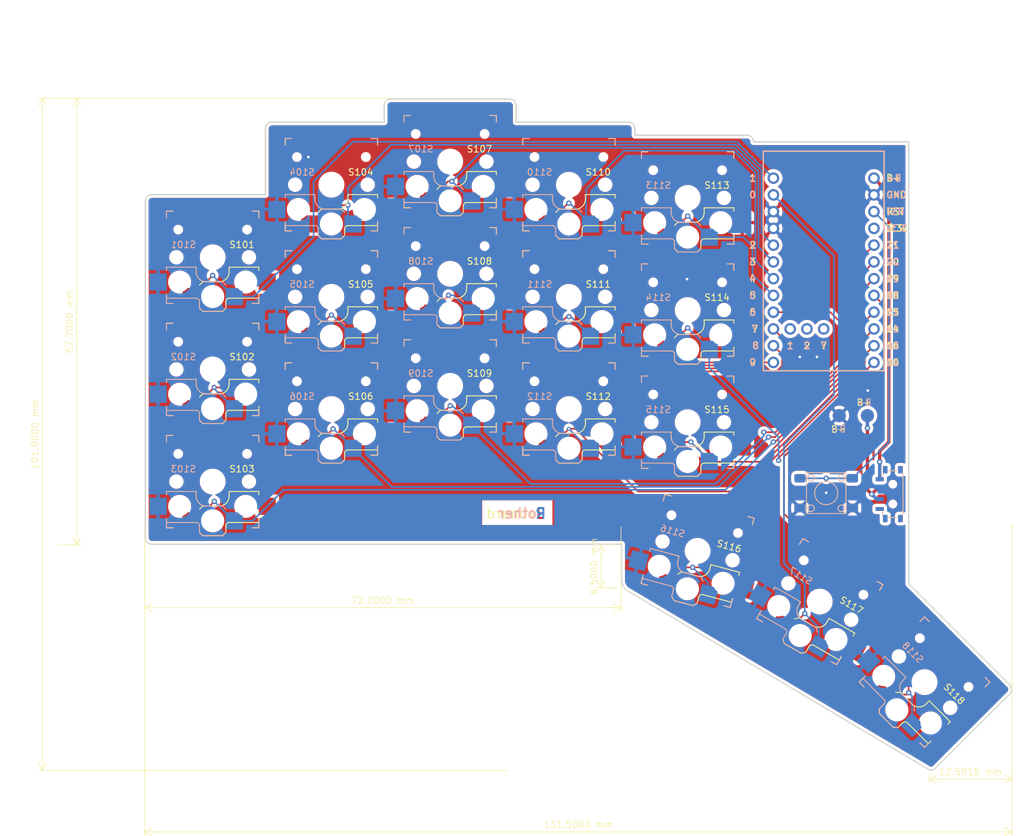
<source format=kicad_pcb>
(kicad_pcb (version 20240108) (generator "pcbnew") (generator_version "8.0")
  (layers (0 "F.Cu" signal) (31 "B.Cu" signal) (34 "B.Paste" user) (35 "F.Paste" user) (36 "B.SilkS" user "B.Silkscreen") (37 "F.SilkS" user "F.Silkscreen") (38 "B.Mask" user) (39 "F.Mask" user) (44 "Edge.Cuts" user))
  (net 0 "")
  (net 1 "S1")
  (net 2 "GND")
  (net 3 "S2")
  (net 4 "S3")
  (net 5 "S4")
  (net 6 "S5")
  (net 7 "S6")
  (net 8 "S7")
  (net 9 "S8")
  (net 10 "S9")
  (net 11 "S10")
  (net 12 "S11")
  (net 13 "S12")
  (net 14 "S13")
  (net 15 "S14")
  (net 16 "S15")
  (net 17 "S16")
  (net 18 "S17")
  (net 19 "S18")
  (net 23 "RST")
  (net 25 "b+")
  (net 26 "Net-(PS101-B)")
  (footprint "keyswitches:Kailh_socket_PG1350_reversible" (layer "F.Cu") (at 107.45 104.24)
    (property "Reference" "S106")
    (property "Value" "Keyswitch")
  )
  (footprint "keyswitches:Kailh_socket_PG1350_reversible" (layer "F.Cu") (at 143.45 70.24)
    (property "Reference" "S110")
    (property "Value" "Keyswitch")
  )
  (footprint "keyswitches:Kailh_socket_PG1350_reversible" (layer "F.Cu") (at 89.45 98.24)
    (property "Reference" "S102")
    (property "Value" "Keyswitch")
  )
  (footprint "keyswitches:Kailh_socket_PG1350_reversible" (layer "F.Cu") (at 197.360087 145.640087 -45)
    (property "Reference" "S118")
    (property "Value" "Keyswitch")
  )
  (footprint "keyswitches:Kailh_socket_PG1350_reversible" (layer "F.Cu") (at 125.45 66.74)
    (property "Reference" "S107")
    (property "Value" "Keyswitch")
  )
  (footprint "keyswitches:Kailh_socket_PG1350_reversible" (layer "F.Cu") (at 162.95 125.74 -15)
    (property "Reference" "S116")
    (property "Value" "Keyswitch")
  )
  (footprint "keyswitches:Kailh_socket_PG1350_reversible" (layer "F.Cu") (at 161.45 106.24)
    (property "Reference" "S115")
    (property "Value" "Keyswitch")
  )
  (footprint "keyswitches:Kailh_socket_PG1350_reversible" (layer "F.Cu") (at 107.45 87.24)
    (property "Reference" "S105")
    (property "Value" "Keyswitch")
  )
  (footprint "keyswitches:Kailh_socket_PG1350_reversible" (layer "F.Cu") (at 161.45 89.24)
    (property "Reference" "S114")
    (property "Value" "Keyswitch")
  )
  (footprint "ScottoKeebs_MCU:Nice_Nano_V2" (layer "F.Cu") (at 182.07 82.93)
    (property "Reference" "U101" (hide yes))
    (property "Value" "Nice_Nano_V2" (hide yes))
  )
  (footprint "marbastlib-various:SW_MSK12C02-HB" (layer "F.Cu") (at 192.55 117.14 -90)
    (property "Reference" "PS101" (hide yes))
    (property "Value" "~" (hide yes))
  )
  (footprint "0_lpt_misc:WE_430182050816" (layer "F.Cu") (at 182.45 116.99 -90)
    (property "Reference" "R102" (hide yes))
    (property "Value" "~")
  )
  (footprint "keyswitches:Kailh_socket_PG1350_reversible" (layer "F.Cu") (at 125.45 83.74)
    (property "Reference" "S108")
    (property "Value" "Keyswitch")
  )
  (footprint "keyswitches:Kailh_socket_PG1350_reversible" (layer "F.Cu") (at 125.45 100.74)
    (property "Reference" "S109")
    (property "Value" "Keyswitch")
  )
  (footprint "keyswitches:Kailh_socket_PG1350_reversible" (layer "F.Cu") (at 89.45 115.24)
    (property "Reference" "S103")
    (property "Value" "Keyswitch")
  )
  (footprint "0_lpt_misc:TestPad_2.0mm" (layer "F.Cu") (at 188.7 105.24 90)
    (property "Reference" "B+")
    (property "Value" "2.0mm" (hide yes))
  )
  (footprint "keyswitches:Kailh_socket_PG1350_reversible" (layer "F.Cu") (at 161.45 72.24)
    (property "Reference" "S113")
    (property "Value" "Keyswitch")
  )
  (footprint "keyswitches:Kailh_socket_PG1350_reversible" (layer "F.Cu") (at 143.45 104.24)
    (property "Reference" "S112")
    (property "Value" "Keyswitch")
  )
  (footprint "keyswitches:Kailh_socket_PG1350_reversible" (layer "F.Cu") (at 143.45 87.24)
    (property "Reference" "S111")
    (property "Value" "Keyswitch")
  )
  (footprint "keyswitches:Kailh_socket_PG1350_reversible" (layer "F.Cu") (at 181.476089 133.427152 -30)
    (property "Reference" "S117")
    (property "Value" "Keyswitch")
  )
  (footprint "keyswitches:Kailh_socket_PG1350_reversible" (layer "F.Cu") (at 107.45 70.24)
    (property "Reference" "S104")
    (property "Value" "Keyswitch")
  )
  (footprint "keyswitches:Kailh_socket_PG1350_reversible" (layer "F.Cu") (at 89.45 81.24)
    (property "Reference" "S101")
    (property "Value" "Keyswitch")
  )
  (footprint "0_lpt_misc:TestPad_2.0mm" (layer "F.Cu") (at 184.43 105.24 90)
    (property "Reference" "B-")
    (property "Value" "2.0mm" (hide yes))
  )
  (footprint "marbastlib-various:SW_MSK12C02-HB" (layer "B.Cu") (at 192.55 117.14 90)
    (property "Reference" "ps102" (hide yes))
    (property "Value" "~" (hide yes))
  )
  (footprint "0_lpt_misc:TestPad_2.0mm" (layer "B.Cu") (at 184.43 105.24 180)
    (property "Reference" "B-")
    (property "Value" "2.0mm" (hide yes))
  )
  (footprint "0_lpt_misc:WE_430182050816" (layer "B.Cu") (at 182.45 116.99 -90)
    (property "Reference" "r101" (hide yes))
    (property "Value" "~")
  )
  (footprint "0_lpt_misc:TestPad_2.0mm" (layer "B.Cu") (at 188.7 105.24 90)
    (property "Reference" "B+")
    (property "Value" "2.0mm" (hide yes))
  )
  (gr_arc (start 152.45 60.74) (mid 153.157107 61.032893) (end 153.45 61.74) (stroke (width 0.2)) (layer "Edge.Cuts"))
  (gr_arc (start 79.25 72.74) (mid 79.542893 72.032893) (end 80.25 71.74) (stroke (width 0.2)) (layer "Edge.Cuts"))
  (gr_line (start 153.45 61.74) (end 153.45 62.74) (stroke (width 0.2)) (layer "Edge.Cuts"))
  (gr_line (start 152.199049 131.703688) (end 198.058453 158.914642) (stroke (width 0.2)) (layer "Edge.Cuts"))
  (gr_line (start 153.45 62.74) (end 170.45 62.74) (stroke (width 0.2)) (layer "Edge.Cuts"))
  (gr_line (start 79.25 72.74) (end 79.25 123.74) (stroke (width 0.2)) (layer "Edge.Cuts"))
  (gr_line (start 151.45 124.74) (end 151.45 130.04) (stroke (width 0.2)) (layer "Edge.Cuts"))
  (gr_line (start 210.25 147.454214) (end 209.957107 147.747107) (stroke (width 0.2)) (layer "Edge.Cuts"))
  (gr_line (start 194.95 65.74) (end 194.95 130.24) (stroke (width 0.2)) (layer "Edge.Cuts"))
  (gr_line (start 210.25 146.04) (end 194.95 130.74) (stroke (width 0.2)) (layer "Edge.Cuts"))
  (gr_line (start 115.45 60.74) (end 115.45 58.24) (stroke (width 0.2)) (layer "Edge.Cuts"))
  (gr_line (start 97.45 71.74) (end 97.45 61.74) (stroke (width 0.2)) (layer "Edge.Cuts"))
  (gr_arc (start 134.45 57.24) (mid 135.157107 57.532893) (end 135.45 58.24) (stroke (width 0.2)) (layer "Edge.Cuts"))
  (gr_arc (start 199.05 158.64) (mid 198.596101 158.928501) (end 198.058453 158.914642) (stroke (width 0.2)) (layer "Edge.Cuts"))
  (gr_arc (start 210.542893 146.747107) (mid 210.466773 147.12979) (end 210.25 147.454214) (stroke (width 0.2)) (layer "Edge.Cuts"))
  (gr_line (start 80.25 71.74) (end 97.45 71.74) (stroke (width 0.2)) (layer "Edge.Cuts"))
  (gr_line (start 80.25 124.74) (end 151.45 124.74) (stroke (width 0.2)) (layer "Edge.Cuts"))
  (gr_line (start 135.45 60.74) (end 152.45 60.74) (stroke (width 0.2)) (layer "Edge.Cuts"))
  (gr_line (start 171.45 63.74) (end 194.95 63.74) (stroke (width 0.2)) (layer "Edge.Cuts"))
  (gr_arc (start 97.45 61.74) (mid 97.742893 61.032893) (end 98.45 60.74) (stroke (width 0.2)) (layer "Edge.Cuts"))
  (gr_line (start 98.45 60.74) (end 115.45 60.74) (stroke (width 0.2)) (layer "Edge.Cuts"))
  (gr_line (start 135.45 58.24) (end 135.45 60.74) (stroke (width 0.2)) (layer "Edge.Cuts"))
  (gr_arc (start 115.45 58.24) (mid 115.742893 57.532893) (end 116.45 57.24) (stroke (width 0.2)) (layer "Edge.Cuts"))
  (gr_line (start 116.45 57.24) (end 134.45 57.24) (stroke (width 0.2)) (layer "Edge.Cuts"))
  (gr_arc (start 152.199049 131.703688) (mid 151.624038 130.96211) (end 151.45 130.04) (stroke (width 0.2)) (layer "Edge.Cuts"))
  (gr_line (start 194.95 130.24) (end 194.95 130.74) (stroke (width 0.2)) (layer "Edge.Cuts"))
  (gr_arc (start 210.25 146.04) (mid 210.466772 146.364424) (end 210.542893 146.747107) (stroke (width 0.2)) (layer "Edge.Cuts"))
  (gr_line (start 209.957107 147.747107) (end 199.05 158.64) (stroke (width 0.2)) (layer "Edge.Cuts"))
  (gr_arc (start 170.45 62.74) (mid 171.157107 63.032893) (end 171.45 63.74) (stroke (width 0.2)) (layer "Edge.Cuts"))
  (gr_line (start 194.95 63.74) (end 194.95 65.74) (stroke (width 0.2)) (layer "Edge.Cuts"))
  (gr_arc (start 80.25 124.74) (mid 79.542893 124.447107) (end 79.25 123.74) (stroke (width 0.2)) (layer "Edge.Cuts"))
  (gr_text_box "      L" (start 130.3 118.065) (end 140.95 121.815) (layer "F.Cu") (effects (font (size 1.5 1.5) (thickness 0.3) (bold yes)) (justify left top)) (border no))
  (gr_text_box "R" (start 130.25 118.065) (end 141.25 121.815) (layer "B.Cu") (effects (font (size 1.5 1.5) (thickness 0.3) (bold yes)) (justify left top mirror)) (border no) (stroke (width 0.2)))
  (gr_text_box " other" (start 129.675 118.04) (end 141.025 121.79) (layer "B.SilkS") (effects (font (size 1.5 1.5) (thickness 0.3) (bold yes)) (justify left top mirror)) (border no) (stroke (width 0.2)))
  (gr_text_box " eonard" (start 129.575 118.09) (end 140.925 121.84) (layer "F.SilkS") (effects (font (size 1.5 1.5) (thickness 0.1875)) (justify left top mirror)) (border no))
  (dimension (type aligned) (layer "F.SilkS") (pts (xy 65.45 57.14) (xy 65.45 124.84)) (height -3.4) (gr_text "67.7000 mm" (at 67.75 90.99 90) (layer "F.SilkS") (effects (font (size 1 1) (thickness 0.1)))) (format (prefix "") (suffix "") (units 3) (units_format 1) (precision 4)) (style (thickness 0.1) (arrow_length 1.27) (text_position_mode 0) (extension_height 0.58642) (extension_offset 0.5) keep_text_aligned))
  (dimension (type aligned) (layer "F.SilkS") (pts (xy 210.65 159.04) (xy 198.058453 159.04)) (height -1.3) (gr_text "12.5915 mm" (at 204.354226 159.24 0) (layer "F.SilkS") (effects (font (size 1 1) (thickness 0.1)))) (format (prefix "") (suffix "") (units 3) (units_format 1) (precision 4)) (style (thickness 0.1) (arrow_length 1.27) (text_position_mode 0) (extension_height 0.58642) (extension_offset 0.5) keep_text_aligned))
  (dimension (type aligned) (layer "F.SilkS") (pts (xy 79.15 121.54) (xy 151.35 121.54)) (height 12.8) (gr_text "72.2000 mm" (at 115.25 133.24 0) (layer "F.SilkS") (effects (font (size 1 1) (thickness 0.1)))) (format (prefix "") (suffix "") (units 3) (units_format 1) (precision 4)) (style (thickness 0.1) (arrow_length 1.27) (text_position_mode 0) (extension_height 0.58642) (extension_offset 0.5) keep_text_aligned))
  (dimension (type aligned) (layer "F.SilkS") (pts (xy 151.25 124.84) (xy 151.25 131.34)) (height 2.9) (gr_text "6.5000 mm" (at 147.25 128.09 90) (layer "F.SilkS") (effects (font (size 1 1) (thickness 0.1)))) (format (prefix "") (suffix "") (units 3) (units_format 1) (precision 4)) (style (thickness 0.1) (arrow_length 1.27) (text_position_mode 0) (extension_height 0.58642) (extension_offset 0.5) keep_text_aligned))
  (dimension (type aligned) (layer "F.SilkS") (pts (xy 134.55 57.14) (xy 134.55 159.04)) (height 70.9) (gr_text "101.9000 mm" (at 62.55 108.09 90) (layer "F.SilkS") (effects (font (size 1 1) (thickness 0.1)))) (format (prefix "") (suffix "") (units 3) (units_format 1) (precision 4)) (style (thickness 0.1) (arrow_length 1.27) (text_position_mode 0) (extension_height 0.58642) (extension_offset 0.5) keep_text_aligned))
  (dimension (type aligned) (layer "F.SilkS") (pts (xy 79.15 121.24) (xy 210.65 121.24)) (height 47.1) (gr_text "131.5000 mm" (at 144.9 167.24 0) (layer "F.SilkS") (effects (font (size 1 1) (thickness 0.1)))) (format (prefix "") (suffix "") (units 3) (units_format 1) (precision 4)) (style (thickness 0.1) (arrow_length 1.27) (text_position_mode 0) (extension_height 0.58642) (extension_offset 0.5) keep_text_aligned))
  (segment (start 89.45 83.99) (end 86.25 87.19) (width 0.25) (layer "F.Cu") (net 1))
  (segment (start 86.25 87.19) (end 86.175 87.19) (width 0.25) (layer "F.Cu") (net 1))
  (via (at 89.45 83.99) (size 0.8) (drill 0.4) (layers "F.Cu" "B.Cu") (net 1))
  (segment (start 174.45 69.24) (end 168.95 63.74) (width 0.25) (layer "B.Cu") (net 1))
  (segment (start 92.65 87.19) (end 89.45 83.99) (width 0.25) (layer "B.Cu") (net 1))
  (segment (start 104.75 69.69) (end 104.75 78.14) (width 0.25) (layer "B.Cu") (net 1))
  (segment (start 110.7 63.74) (end 104.75 69.69) (width 0.25) (layer "B.Cu") (net 1))
  (segment (start 168.95 63.74) (end 110.7 63.74) (width 0.25) (layer "B.Cu") (net 1))
  (segment (start 92.725 87.19) (end 92.65 87.19) (width 0.25) (layer "B.Cu") (net 1))
  (segment (start 95.7 87.19) (end 92.725 87.19) (width 0.25) (layer "B.Cu") (net 1))
  (segment (start 104.75 78.14) (end 95.7 87.19) (width 0.25) (layer "B.Cu") (net 1))
  (via (at 188.75 101.44) (size 0.8) (drill 0.4) (layers "F.Cu" "B.Cu") (net 2))
  (via (at 103.95 66.04) (size 0.8) (drill 0.4) (layers "F.Cu" "B.Cu") (net 2))
  (via (at 182.45 116.94) (size 0.8) (drill 0.4) (layers "F.Cu" "B.Cu") (net 2))
  (via (at 178.45 96.34) (size 0.8) (drill 0.4) (layers "F.Cu" "B.Cu") (net 2))
  (via (at 181.05 96.34) (size 0.8) (drill 0.4) (layers "F.Cu" "B.Cu") (net 2))
  (via (at 161.35 84.54) (size 0.8) (drill 0.4) (layers "F.Cu" "B.Cu") (net 2))
  (segment (start 107.35 73.34) (end 104.5 76.19) (width 0.25) (layer "F.Cu") (net 3))
  (segment (start 104.5 76.19) (end 104.175 76.19) (width 0.25) (layer "F.Cu") (net 3))
  (segment (start 109.95 73.34) (end 107.35 73.34) (width 0.25) (layer "F.Cu") (net 3))
  (via (at 109.95 73.34) (size 0.8) (drill 0.4) (layers "F.Cu" "B.Cu") (net 3))
  (segment (start 109.95 70.694999) (end 116.454999 64.19) (width 0.25) (layer "B.Cu") (net 3))
  (segment (start 172.631802 68.058198) (end 172.631802 77.581802) (width 0.25) (layer "B.Cu") (net 3))
  (segment (start 110.725 76.015) (end 110.725 76.19) (width 0.25) (layer "B.Cu") (net 3))
  (segment (start 168.763604 64.19) (end 172.631802 68.058198) (width 0.25) (layer "B.Cu") (net 3))
  (segment (start 172.631802 77.581802) (end 174.45 79.4) (width 0.25) (layer "B.Cu") (net 3))
  (segment (start 109.95 73.34) (end 109.95 75.24) (width 0.25) (layer "B.Cu") (net 3))
  (segment (start 109.95 75.24) (end 110.725 76.015) (width 0.25) (layer "B.Cu") (net 3))
  (segment (start 116.454999 64.19) (end 168.763604 64.19) (width 0.25) (layer "B.Cu") (net 3))
  (segment (start 109.95 73.34) (end 109.95 70.694999) (width 0.25) (layer "B.Cu") (net 3))
  (segment (start 125.125 69.74) (end 125.7 69.74) (width 0.25) (layer "F.Cu") (net 4))
  (segment (start 122.175 72.69) (end 125.125 69.74) (width 0.25) (layer "F.Cu") (net 4))
  (via (at 125.7 69.74) (size 0.8) (drill 0.4) (layers "F.Cu" "B.Cu") (net 4))
  (segment (start 126.025 69.99) (end 128.725 72.69) (width 0.25) (layer "B.Cu") (net 4))
  (segment (start 125.7 69.74) (end 125.95 69.99) (width 0.25) (layer "B.Cu") (net 4))
  (segment (start 172.181802 79.671802) (end 172.181802 68.244594) (width 0.25) (layer "B.Cu") (net 4))
  (segment (start 130.8 64.64) (end 125.7 69.74) (width 0.25) (layer "B.Cu") (net 4))
  (segment (start 125.95 69.99) (end 126.025 69.99) (width 0.25) (layer "B.Cu") (net 4))
  (segment (start 168.577208 64.64) (end 130.8 64.64) (width 0.25) (layer "B.Cu") (net 4))
  (segment (start 174.45 81.94) (end 172.181802 79.671802) (width 0.25) (layer "B.Cu") (net 4))
  (segment (start 172.181802 68.244594) (end 168.577208 64.64) (width 0.25) (layer "B.Cu") (net 4))
  (segment (start 140.175 76.19) (end 143.325 73.04) (width 0.25) (layer "F.Cu") (net 5))
  (segment (start 140.75 76.19) (end 140.175 76.19) (width 0.25) (layer "F.Cu") (net 5))
  (segment (start 143.325 73.04) (end 143.45 73.04) (width 0.25) (layer "F.Cu") (net 5))
  (via (at 143.45 73.04) (size 0.8) (drill 0.4) (layers "F.Cu" "B.Cu") (net 5))
  (segment (start 146.05 70.89) (end 146.05 75.515) (width 0.25) (layer "B.Cu") (net 5))
  (segment (start 151.85 65.09) (end 146.05 70.89) (width 0.25) (layer "B.Cu") (net 5))
  (segment (start 146.05 75.515) (end 146.725 76.19) (width 0.25) (layer "B.Cu") (net 5))
  (segment (start 151.85 65.09) (end 168.390812 65.09) (width 0.25) (layer "B.Cu") (net 5))
  (segment (start 171.731802 81.761802) (end 174.45 84.48) (width 0.25) (layer "B.Cu") (net 5))
  (segment (start 171.731802 68.43099) (end 171.731802 81.761802) (width 0.25) (layer "B.Cu") (net 5))
  (segment (start 146.6 76.19) (end 146.725 76.19) (width 0.25) (layer "B.Cu") (net 5))
  (segment (start 143.45 73.04) (end 143.575 73.04) (width 0.25) (layer "B.Cu") (net 5))
  (segment (start 168.390812 65.09) (end 171.731802 68.43099) (width 0.25) (layer "B.Cu") (net 5))
  (segment (start 143.575 73.04) (end 146.725 76.19) (width 0.25) (layer "B.Cu") (net 5))
  (segment (start 158.175 78.19) (end 158.25 78.19) (width 0.25) (layer "F.Cu") (net 6))
  (segment (start 158.25 78.19) (end 161.45 74.99) (width 0.25) (layer "F.Cu") (net 6))
  (via (at 161.45 74.99) (size 0.8) (drill 0.4) (layers "F.Cu" "B.Cu") (net 6))
  (segment (start 164.725 78.19) (end 164.65 78.19) (width 0.25) (layer "B.Cu") (net 6))
  (segment (start 171.281802 83.851802) (end 171.281802 79.571802) (width 0.25) (layer "B.Cu") (net 6))
  (segment (start 174.45 87.02) (end 171.281802 83.851802) (width 0.25) (layer "B.Cu") (net 6))
  (segment (start 164.65 78.19) (end 161.45 74.99) (width 0.25) (layer "B.Cu") (net 6))
  (segment (start 169.9 78.19) (end 164.725 78.19) (width 0.25) (layer "B.Cu") (net 6))
  (segment (start 171.281802 79.571802) (end 169.9 78.19) (width 0.25) (layer "B.Cu") (net 6))
  (segment (start 173.577208 99.39) (end 182.527208 99.39) (width 0.25) (layer "F.Cu") (net 7))
  (segment (start 183.08 89.56) (end 174.45 89.56) (width 0.25) (layer "F.Cu") (net 7))
  (segment (start 185.05 91.53) (end 183.08 89.56) (width 0.25) (layer "F.Cu") (net 7))
  (segment (start 89.677499 100.967499) (end 86.454999 104.19) (width 0.25) (layer "F.Cu") (net 7))
  (segment (start 92.55 99.84) (end 95.35 99.84) (width 0.25) (layer "F.Cu") (net 7))
  (segment (start 89.677499 100.967499) (end 91.422501 100.967499) (width 0.25) (layer "F.Cu") (net 7))
  (segment (start 185.05 96.867208) (end 185.05 91.53) (width 0.25) (layer "F.Cu") (net 7))
  (segment (start 86.454999 104.19) (end 86.175 104.19) (width 0.25) (layer "F.Cu") (net 7))
  (segment (start 91.422501 100.967499) (end 92.55 99.84) (width 0.25) (layer "F.Cu") (net 7))
  (segment (start 96.66 98.53) (end 172.717208 98.53) (width 0.25) (layer "F.Cu") (net 7))
  (segment (start 95.35 99.84) (end 96.66 98.53) (width 0.25) (layer "F.Cu") (net 7))
  (segment (start 182.527208 99.39) (end 185.05 96.867208) (width 0.25) (layer "F.Cu") (net 7))
  (segment (start 172.717208 98.53) (end 173.577208 99.39) (width 0.25) (layer "F.Cu") (net 7))
  (via (at 89.677499 100.967499) (size 0.8) (drill 0.4) (layers "F.Cu" "B.Cu") (net 7))
  (segment (start 92.725 104.19) (end 89.677499 101.142499) (width 0.25) (layer "B.Cu") (net 7))
  (segment (start 89.677499 101.142499) (end 89.677499 100.967499) (width 0.25) (layer "B.Cu") (net 7))
  (segment (start 172.903604 98.08) (end 109.065 98.08) (width 0.25) (layer "F.Cu") (net 8))
  (segment (start 173.763604 98.94) (end 172.903604 98.08) (width 0.25) (layer "F.Cu") (net 8))
  (segment (start 176.22 97.856396) (end 175.136396 98.94) (width 0.25) (layer "F.Cu") (net 8))
  (segment (start 176.22 93.87) (end 176.22 97.856396) (width 0.25) (layer "F.Cu") (net 8))
  (segment (start 104.175 93.19) (end 107.375 89.99) (width 0.25) (layer "F.Cu") (net 8))
  (segment (start 107.375 89.99) (end 107.45 89.99) (width 0.25) (layer "F.Cu") (net 8))
  (segment (start 174.45 92.1) (end 176.22 93.87) (width 0.25) (layer "F.Cu") (net 8))
  (segment (start 109.065 98.08) (end 104.175 93.19) (width 0.25) (layer "F.Cu") (net 8))
  (segment (start 175.136396 98.94) (end 173.763604 98.94) (width 0.25) (layer "F.Cu") (net 8))
  (via (at 107.45 89.99) (size 0.8) (drill 0.4) (layers "F.Cu" "B.Cu") (net 8))
  (segment (start 107.525 89.99) (end 110.725 93.19) (width 0.25) (layer "B.Cu") (net 8))
  (segment (start 107.45 89.99) (end 107.525 89.99) (width 0.25) (layer "B.Cu") (net 8))
  (segment (start 175.77 97.67) (end 174.95 98.49) (width 0.25) (layer "F.Cu") (net 9))
  (segment (start 173.09 97.63) (end 130.115 97.63) (width 0.25) (layer "F.Cu") (net 9))
  (segment (start 174.95 98.49) (end 173.95 98.49) (width 0.25) (layer "F.Cu") (net 9))
  (segment (start 175.77 95.96) (end 175.77 97.67) (width 0.25) (layer "F.Cu") (net 9))
  (segment (start 173.95 98.49) (end 173.09 97.63) (width 0.25) (layer "F.Cu") (net 9))
  (segment (start 130.115 97.63) (end 122.175 89.69) (width 0.25) (layer "F.Cu") (net 9))
  (segment (start 122.175 89.69) (end 122.5 89.69) (width 0.25) (layer "F.Cu") (net 9))
  (segment (start 122.5 89.69) (end 125.2 86.99) (width 0.25) (layer "F.Cu") (net 9))
  (segment (start 174.45 94.64) (end 175.77 95.96) (width 0.25) (layer "F.Cu") (net 9))
  (via (at 125.2 86.99) (size 0.8) (drill 0.4) (layers "F.Cu" "B.Cu") (net 9))
  (segment (start 128.65 89.69) (end 128.725 89.69) (width 0.25) (layer "B.Cu") (net 9))
  (segment (start 125.95 86.99) (end 128.65 89.69) (width 0.25) (layer "B.Cu") (net 9))
  (segment (start 125.2 86.99) (end 125.95 86.99) (width 0.25) (layer "B.Cu") (net 9))
  (segment (start 143.125 90.24) (end 143.45 90.24) (width 0.25) (layer "F.Cu") (net 10))
  (segment (start 140.175 93.19) (end 143.125 90.24) (width 0.25) (layer "F.Cu") (net 10))
  (segment (start 140.175 93.19) (end 144.165 97.18) (width 0.25) (layer "F.Cu") (net 10))
  (segment (start 144.165 97.18) (end 174.45 97.18) (width 0.25) (layer "F.Cu") (net 10))
  (via (at 143.45 90.24) (size 0.8) (drill 0.4) (layers "F.Cu" "B.Cu") (net 10))
  (segment (start 143.775 90.24) (end 146.725 93.19) (width 0.25) (layer "B.Cu") (net 10))
  (segment (start 143.45 90.24) (end 143.775 90.24) (width 0.25) (layer "B.Cu") (net 10))
  (segment (start 161.425 91.94) (end 158.175 95.19) (width 0.25) (layer "F.Cu") (net 11))
  (segment (start 175.234455 112.024455) (end 175.234455 111.635545) (width 0.25) (layer "F.Cu") (net 11))
  (segment (start 175.234455 111.635545) (end 189.69 97.18) (width 0.25) (layer "F.Cu") (net 11))
  (segment (start 161.45 91.94) (end 161.425 91.94) (width 0.25) (layer "F.Cu") (net 11))
  (via (at 175.234455 112.024455) (size 0.8) (drill 0.4) (layers "F.Cu" "B.Cu") (net 11))
  (via (at 161.45 91.94) (size 0.8) (drill 0.4) (layers "F.Cu" "B.Cu") (net 11))
  (segment (start 175.234455 108.524455) (end 164.725 98.015) (width 0.25) (layer "B.Cu") (net 11))
  (segment (start 161.45 91.94) (end 164.7 95.19) (width 0.25) (layer "B.Cu") (net 11))
  (segment (start 164.7 95.19) (end 164.725 95.19) (width 0.25) (layer "B.Cu") (net 11))
  (segment (start 175.234455 112.024455) (end 175.234455 108.524455) (width 0.25) (layer "B.Cu") (net 11))
  (segment (start 164.725 98.015) (end 164.725 95.19) (width 0.25) (layer "B.Cu") (net 11))
  (segment (start 86.75 121.19) (end 89.7 118.24) (width 0.25) (layer "F.Cu") (net 12))
  (segment (start 186.45 97.49) (end 174.712653 109.227347) (width 0.25) (layer "F.Cu") (net 12))
  (segment (start 186.45 87.72) (end 186.45 97.49) (width 0.25) (layer "F.Cu") (net 12))
  (segment (start 189.69 84.48) (end 186.45 87.72) (width 0.25) (layer "F.Cu") (net 12))
  (segment (start 174.712653 109.227347) (end 174.437347 109.227347) (width 0.25) (layer "F.Cu") (net 12))
  (segment (start 86.175 121.19) (end 86.75 121.19) (width 0.25) (layer "F.Cu") (net 12))
  (via (at 174.437347 109.227347) (size 0.8) (drill 0.4) (layers "F.Cu" "B.Cu") (net 12))
  (via (at 89.7 118.24) (size 0.8) (drill 0.4) (layers "F.Cu" "B.Cu") (net 12))
  (segment (start 167.174694 116.49) (end 100.2 116.49) (width 0.25) (layer "B.Cu") (net 12))
  (segment (start 100.2 116.49) (end 95.5 121.19) (width 0.25) (layer "B.Cu") (net 12))
  (segment (start 95.5 121.19) (end 92.725 121.19) (width 0.25) (layer "B.Cu") (net 12))
  (segment (start 92.65 121.19) (end 89.7 118.24) (width 0.25) (layer "B.Cu") (net 12))
  (segment (start 174.437347 109.227347) (end 167.174694 116.49) (width 0.25) (layer "B.Cu") (net 12))
  (segment (start 92.725 121.19) (end 92.65 121.19) (width 0.25) (layer "B.Cu") (net 12))
  (segment (start 185.95 97.24) (end 174.7 108.49) (width 0.25) (layer "F.Cu") (net 13))
  (segment (start 104.175 110.19) (end 104.75 110.19) (width 0.25) (layer "F.Cu") (net 13))
  (segment (start 185.95 85.68) (end 185.95 97.24) (width 0.25) (layer "F.Cu") (net 13))
  (segment (start 189.69 81.94) (end 185.95 85.68) (width 0.25) (layer "F.Cu") (net 13))
  (segment (start 174.7 108.49) (end 173.7 108.49) (width 0.25) (layer "F.Cu") (net 13))
  (segment (start 104.75 110.19) (end 107.7 107.24) (width 0.25) (layer "F.Cu") (net 13))
  (via (at 173.7 108.49) (size 0.8) (drill 0.4) (layers "F.Cu" "B.Cu") (net 13))
  (via (at 107.7 107.24) (size 0.8) (drill 0.4) (layers "F.Cu" "B.Cu") (net 13))
  (segment (start 116.575 116.04) (end 110.725 110.19) (width 0.25) (layer "B.Cu") (net 13))
  (segment (start 107.775 107.24) (end 107.7 107.24) (width 0.25) (layer "B.Cu") (net 13))
  (segment (start 166.15 116.04) (end 116.575 116.04) (width 0.25) (layer "B.Cu") (net 13))
  (segment (start 173.7 108.49) (end 166.15 116.04) (width 0.25) (layer "B.Cu") (net 13))
  (segment (start 110.725 110.19) (end 107.775 107.24) (width 0.25) (layer "B.Cu") (net 13))
  (segment (start 122.175 106.69) (end 122.5 106.69) (width 0.25) (layer "F.Cu") (net 14))
  (segment (start 174.795182 107.758422) (end 172.983239 107.758422) (width 0.25) (layer "F.Cu") (net 14))
  (segment (start 185.5 97.053604) (end 183.381802 99.171802) (width 0.25) (layer "F.Cu") (net 14))
  (segment (start 185.5 83.59) (end 185.5 97.053604) (width 0.25) (layer "F.Cu") (net 14))
  (segment (start 189.69 79.4) (end 185.5 83.59) (width 0.25) (layer "F.Cu") (net 14))
  (segment (start 183.381802 99.171802) (end 174.795182 107.758422) (width 0.25) (layer "F.Cu") (net 14))
  (segment (start 122.5 106.69) (end 125.45 103.74) (width 0.25) (layer "F.Cu") (net 14))
  (via (at 172.983239 107.758422) (size 0.8) (drill 0.4) (layers "F.Cu" "B.Cu") (net 14))
  (via (at 125.45 103.74) (size 0.8) (drill 0.4) (layers "F.Cu" "B.Cu") (net 14))
  (segment (start 165.7 115.59) (end 137.625 115.59) (width 0.25) (layer "B.Cu") (net 14))
  (segment (start 128.725 106.69) (end 125.775 103.74) (width 0.25) (layer "B.Cu") (net 14))
  (segment (start 172.983239 108.306761) (end 165.7 115.59) (width 0.25) (layer "B.Cu") (net 14))
  (segment (start 125.775 103.74) (end 125.45 103.74) (width 0.25) (layer "B.Cu") (net 14))
  (segment (start 172.983239 107.758422) (end 172.983239 108.306761) (width 0.25) (layer "B.Cu") (net 14))
  (segment (start 137.625 115.59) (end 128.725 106.69) (width 0.25) (layer "B.Cu") (net 14))
  (segment (start 187.77 97.67) (end 187.77 94.02) (width 0.25) (layer "F.Cu") (net 15))
  (segment (start 168.7 116.74) (end 187.77 97.67) (width 0.25) (layer "F.Cu") (net 15))
  (segment (start 143.45 107.24) (end 140.5 110.19) (width 0.25) (layer "F.Cu") (net 15))
  (segment (start 140.5 110.19) (end 140.175 110.19) (width 0.25) (layer "F.Cu") (net 15))
  (segment (start 153.95 116.74) (end 168.7 116.74) (width 0.25) (layer "F.Cu") (net 15))
  (segment (start 187.77 94.02) (end 189.69 92.1) (width 0.25) (layer "F.Cu") (net 15))
  (segment (start 144.45 107.24) (end 153.95 116.74) (width 0.25) (layer "F.Cu") (net 15))
  (segment (start 143.45 107.24) (end 144.45 107.24) (width 0.25) (layer "F.Cu") (net 15))
  (via (at 143.45 107.24) (size 0.6) (drill 0.3) (layers "F.Cu" "B.Cu") (net 15))
  (segment (start 143.45 107.24) (end 146.4 110.19) (width 0.25) (layer "B.Cu") (net 15))
  (segment (start 146.4 110.19) (end 146.725 110.19) (width 0.25) (layer "B.Cu") (net 15))
  (segment (start 189.69 89.56) (end 187.131802 92.118198) (width 0.25) (layer "F.Cu") (net 16))
  (segment (start 161.95 109.24) (end 161.125 109.24) (width 0.25) (layer "F.Cu") (net 16))
  (segment (start 161.125 109.24) (end 158.175 112.19) (width 0.25) (layer "F.Cu") (net 16))
  (segment (start 187.131802 97.558198) (end 172.45 112.24) (width 0.25) (layer "F.Cu") (net 16))
  (segment (start 164.95 112.24) (end 161.95 109.24) (width 0.25) (layer "F.Cu") (net 16))
  (segment (start 172.45 112.24) (end 164.95 112.24) (width 0.25) (layer "F.Cu") (net 16))
  (segment (start 187.131802 92.118198) (end 187.131802 97.558198) (width 0.25) (layer "F.Cu") (net 16))
  (via (at 161.95 109.24) (size 0.8) (drill 0.4) (layers "F.Cu" "B.Cu") (net 16))
  (segment (start 164.725 112.015) (end 164.725 112.19) (width 0.25) (layer "B.Cu") (net 16))
  (segment (start 161.95 109.24) (end 164.725 112.015) (width 0.25) (layer "B.Cu") (net 16))
  (segment (start 164.15 128.24) (end 165.75 126.64) (width 0.25) (layer "F.Cu") (net 17))
  (segment (start 158.24662 130.639626) (end 160.646246 128.24) (width 0.25) (layer "F.Cu") (net 17))
  (segment (start 162.2 128.24) (end 164.15 128.24) (width 0.25) (layer "F.Cu") (net 17))
  (segment (start 188.3 96.03) (end 189.69 94.64) (width 0.25) (layer "F.Cu") (net 17))
  (segment (start 160.646246 128.24) (end 162.2 128.24) (width 0.25) (layer "F.Cu") (net 17))
  (segment (start 165.75 120.483604) (end 188.3 97.933604) (width 0.25) (layer "F.Cu") (net 17))
  (segment (start 189.69 94.64) (end 189.04 94.64) (width 0.25) (layer "F.Cu") (net 17))
  (segment (start 165.75 126.64) (end 165.75 120.483604) (width 0.25) (layer "F.Cu") (net 17))
  (segment (start 188.3 97.933604) (end 188.3 96.03) (width 0.25) (layer "F.Cu") (net 17))
  (via (at 162.2 128.24) (size 0.8) (drill 0.4) (layers "F.Cu" "B.Cu") (net 17))
  (segment (start 164.573434 130.613434) (end 164.573434 132.334891) (width 0.25) (layer "B.Cu") (net 17))
  (segment (start 162.2 128.24) (end 164.573434 130.613434) (width 0.25) (layer "B.Cu") (net 17))
  (segment (start 176.617359 135.99) (end 175.664856 136.942503) (width 0.25) (layer "F.Cu") (net 18))
  (segment (start 175.664856 136.942503) (end 176.367359 136.24) (width 0.2) (layer "F.Cu") (net 18))
  (segment (start 179.2 135.24) (end 178.45 135.99) (width 0.25) (layer "F.Cu") (net 18))
  (segment (start 178.45 135.99) (end 176.617359 135.99) (width 0.25) (layer "F.Cu") (net 18))
  (via (at 179.2 135.24) (size 0.8) (drill 0.4) (layers "F.Cu" "B.Cu") (net 18))
  (segment (start 181.337322 137.377322) (end 181.337322 140.217503) (width 0.25) (layer "B.Cu") (net 18))
  (segment (start 183.62 102.1174) (end 183.62 80.95) (width 0.25) (layer "B.Cu") (net 18))
  (segment (start 176.05 127.64) (end 176.05 109.6874) (width 0.25) (layer "B.Cu") (net 18))
  (segment (start 179.2 135.24) (end 179.2 130.79) (width 0.25) (layer "B.Cu") (net 18))
  (segment (start 179.2 135.24) (end 181.337322 137.377322) (width 0.25) (layer "B.Cu") (net 18))
  (segment (start 179.2 130.79) (end 176.05 127.64) (width 0.25) (layer "B.Cu") (net 18))
  (segment (start 183.62 80.95) (end 174.45 71.78) (width 0.25) (layer "B.Cu") (net 18))
  (segment (start 176.05 109.6874) (end 183.62 102.1174) (width 0.25) (layer "B.Cu") (net 18))
  (segment (start 178.8 122.84) (end 184.95 122.84) (width 0.25) (layer "F.Cu") (net 19))
  (segment (start 191.21 97.9) (end 190.086802 99.023198) (width 0.25) (layer "F.Cu") (net 19))
  (segment (start 190.086802 99.023198) (end 188.483198 99.023198) (width 0.25) (layer "F.Cu") (net 19))
  (segment (start 188.483198 99.023198) (end 176.05 111.456396) (width 0.25) (layer "F.Cu") (net 19))
  (segment (start 176.05 111.456396) (end 176.05 120.09) (width 0.25) (layer "F.Cu") (net 19))
  (segment (start 194.95 132.84) (end 194.95 147.24) (width 0.25) (layer "F.Cu") (net 19))
  (segment (start 176.05 120.09) (end 178.8 122.84) (width 0.25) (layer "F.Cu") (net 19))
  (segment (start 191.21 88.54) (end 191.21 97.9) (width 0.25) (layer "F.Cu") (net 19))
  (segment (start 189.69 87.02) (end 191.21 88.54) (width 0.25) (layer "F.Cu") (net 19))
  (segment (start 184.95 122.84) (end 194.95 132.84) (width 0.25) (layer "F.Cu") (net 19))
  (segment (start 194.658402 147.531598) (end 190.837027 147.531598) (width 0.25) (layer "F.Cu") (net 19))
  (segment (start 194.95 147.24) (end 194.658402 147.531598) (width 0.25) (layer "F.Cu") (net 19))
  (via (at 194.95 147.24) (size 0.8) (drill 0.4) (layers "F.Cu" "B.Cu") (net 19))
  (segment (start 195.45 147.74) (end 194.95 147.24) (width 0.25) (layer "B.Cu") (net 19))
  (segment (start 195.45 149.24) (end 195.468576 149.258576) (width 0.2) (layer "B.Cu") (net 19))
  (segment (start 195.45 149.24) (end 195.45 147.74) (width 0.25) (layer "B.Cu") (net 19))
  (segment (start 195.468576 152.163147) (end 195.468576 149.258576) (width 0.25) (layer "B.Cu") (net 19))
  (segment (start 178.45 114.74) (end 178.55 114.64) (width 0.25) (layer "F.Cu") (net 23))
  (segment (start 182.45 114.74) (end 178.45 114.74) (width 0.25) (layer "F.Cu") (net 23))
  (segment (start 182.45 114.74) (end 186.4 114.74) (width 0.25) (layer "F.Cu") (net 23))
  (segment (start 182.55 114.74) (end 182.45 114.74) (width 0.25) (layer "F.Cu") (net 23))
  (segment (start 182.65 114.64) (end 182.55 114.74) (width 0.25) (layer "F.Cu") (net 23))
  (via (at 182.45 114.74) (size 0.8) (drill 0.4) (layers "F.Cu" "B.Cu") (net 23))
  (segment (start 191.95 109.215) (end 191.95 76.58) (width 0.25) (layer "B.Cu") (net 23))
  (segment (start 186.425 114.74) (end 186.425 114.74) (width 0.25) (layer "B.Cu") (net 23))
  (segment (start 191.95 76.58) (end 189.69 74.32) (width 0.25) (layer "B.Cu") (net 23))
  (segment (start 178.475 114.74) (end 178.45 114.74) (width 0.25) (layer "B.Cu") (net 23))
  (segment (start 186.425 114.74) (end 182.45 114.74) (width 0.25) (layer "B.Cu") (net 23))
  (segment (start 178.45 114.74) (end 186.425 114.74) (width 0.25) (layer "B.Cu") (net 23))
  (segment (start 186.425 114.74) (end 191.95 109.215) (width 0.25) (layer "B.Cu") (net 23))
  (segment (start 191.95 109.24) (end 191.95 71.5) (width 0.5) (layer "F.Cu") (net 25))
  (segment (start 190.55 110.64) (end 191.95 109.24) (width 0.5) (layer "F.Cu") (net 25))
  (segment (start 190.55 112.24) (end 190.55 114.89) (width 0.5) (layer "F.Cu") (net 25))
  (segment (start 190.55 112.24) (end 190.55 110.64) (width 0.5) (layer "F.Cu") (net 25))
  (segment (start 191.95 71.5) (end 189.69 69.24) (width 0.5) (layer "F.Cu") (net 25))
  (via (at 190.55 112.24) (size 0.8) (drill 0.4) (layers "F.Cu" "B.Cu") (net 25))
  (segment (start 190.55 112.24) (end 190.55 114.89) (width 0.5) (layer "B.Cu") (net 25))
  (segment (start 189.35 117.14) (end 190.1 116.39) (width 0.5) (layer "F.Cu") (net 26))
  (segment (start 190.1 116.39) (end 190.55 116.39) (width 0.5) (layer "F.Cu") (net 26))
  (segment (start 189.35 117.14) (end 188.7 116.49) (width 0.5) (layer "F.Cu") (net 26))
  (segment (start 188.7 116.49) (end 188.7 107.14) (width 0.5) (layer "F.Cu") (net 26))
  (segment (start 188.7 107.14) (end 188.7 105.24) (width 0.5) (layer "F.Cu") (net 26))
  (via (at 188.7 107.14) (size 0.8) (drill 0.4) (layers "F.Cu" "B.Cu") (net 26))
  (via (at 189.35 117.14) (size 0.8) (drill 0.4) (layers "F.Cu" "B.Cu") (net 26))
  (segment (start 190.1 117.89) (end 189.35 117.14) (width 0.5) (layer "B.Cu") (net 26))
  (segment (start 188.7 105.24) (end 188.7 107.14) (width 0.5) (layer "B.Cu") (net 26))
  (segment (start 190.55 117.89) (end 190.1 117.89) (width 0.5) (layer "B.Cu") (net 26))
  (zone (net 2) (net_name "GND") (layers "F&B.Cu") (connect_pads (clearance 0.5)) (min_thickness 0.25) (fill yes (thermal_gap 0.5) (thermal_bridge_width 0.5))
    (polygon (pts (xy 72.45 79.24) (xy 73.45 151.24) (xy 212.45 162.24) (xy 205.45 44.24) (xy 69.45 42.24)))
  )
)
</source>
